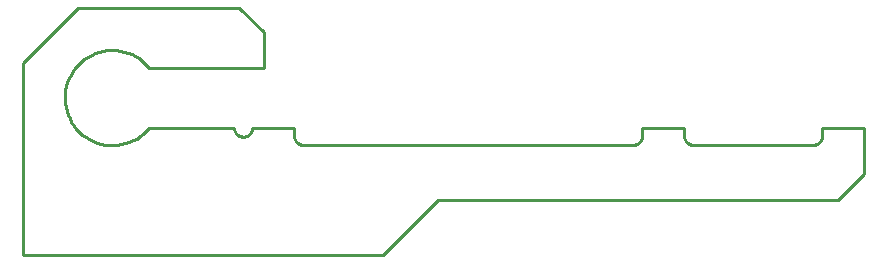
<source format=gbr>
G04 EAGLE Gerber RS-274X export*
G75*
%MOMM*%
%FSLAX34Y34*%
%LPD*%
%IN*%
%IPPOS*%
%AMOC8*
5,1,8,0,0,1.08239X$1,22.5*%
G01*
%ADD10C,0.254000*%


D10*
X3810Y0D02*
X309245Y0D01*
X355600Y46355D01*
X694055Y46355D01*
X716280Y68580D01*
X716280Y107950D01*
X680720Y107950D01*
X680720Y100965D01*
X680691Y100301D01*
X680604Y99642D01*
X680460Y98993D01*
X680260Y98359D01*
X680006Y97745D01*
X679699Y97155D01*
X679342Y96594D01*
X678937Y96067D01*
X678488Y95577D01*
X677998Y95128D01*
X677471Y94723D01*
X676910Y94366D01*
X676320Y94059D01*
X675706Y93805D01*
X675072Y93605D01*
X674423Y93461D01*
X673764Y93374D01*
X673100Y93345D01*
X571500Y93345D01*
X570836Y93374D01*
X570177Y93461D01*
X569528Y93605D01*
X568894Y93805D01*
X568280Y94059D01*
X567690Y94366D01*
X567129Y94723D01*
X566602Y95128D01*
X566112Y95577D01*
X565663Y96067D01*
X565258Y96594D01*
X564901Y97155D01*
X564594Y97745D01*
X564340Y98359D01*
X564140Y98993D01*
X563996Y99642D01*
X563909Y100301D01*
X563880Y100965D01*
X563880Y107950D01*
X528320Y107950D01*
X528320Y100965D01*
X528291Y100301D01*
X528204Y99642D01*
X528060Y98993D01*
X527860Y98359D01*
X527606Y97745D01*
X527299Y97155D01*
X526942Y96594D01*
X526537Y96067D01*
X526088Y95577D01*
X525598Y95128D01*
X525071Y94723D01*
X524510Y94366D01*
X523920Y94059D01*
X523306Y93805D01*
X522672Y93605D01*
X522023Y93461D01*
X521364Y93374D01*
X520700Y93345D01*
X241300Y93345D01*
X240636Y93374D01*
X239977Y93461D01*
X239328Y93605D01*
X238694Y93805D01*
X238080Y94059D01*
X237490Y94366D01*
X236929Y94723D01*
X236402Y95128D01*
X235912Y95577D01*
X235463Y96067D01*
X235058Y96594D01*
X234701Y97155D01*
X234394Y97745D01*
X234140Y98359D01*
X233940Y98993D01*
X233796Y99642D01*
X233709Y100301D01*
X233680Y100965D01*
X233680Y107950D01*
X198120Y107950D01*
X198091Y107286D01*
X198004Y106627D01*
X197860Y105978D01*
X197660Y105344D01*
X197406Y104730D01*
X197099Y104140D01*
X196742Y103579D01*
X196337Y103052D01*
X195888Y102562D01*
X195398Y102113D01*
X194871Y101708D01*
X194310Y101351D01*
X193720Y101044D01*
X193106Y100790D01*
X192472Y100590D01*
X191823Y100446D01*
X191164Y100359D01*
X190500Y100330D01*
X189836Y100359D01*
X189177Y100446D01*
X188528Y100590D01*
X187894Y100790D01*
X187280Y101044D01*
X186690Y101351D01*
X186129Y101708D01*
X185602Y102113D01*
X185112Y102562D01*
X184663Y103052D01*
X184258Y103579D01*
X183901Y104140D01*
X183594Y104730D01*
X183340Y105344D01*
X183140Y105978D01*
X182996Y106627D01*
X182909Y107286D01*
X182880Y107950D01*
X110901Y107950D01*
X108568Y105329D01*
X106016Y102922D01*
X103264Y100746D01*
X100333Y98819D01*
X97245Y97154D01*
X94024Y95765D01*
X90693Y94661D01*
X87280Y93852D01*
X83809Y93344D01*
X80306Y93140D01*
X76800Y93243D01*
X73315Y93650D01*
X69879Y94360D01*
X66519Y95366D01*
X63258Y96661D01*
X60123Y98236D01*
X57138Y100078D01*
X54324Y102173D01*
X51703Y104506D01*
X49296Y107057D01*
X47120Y109809D01*
X45192Y112741D01*
X43528Y115829D01*
X42138Y119050D01*
X41035Y122380D01*
X40226Y125794D01*
X39718Y129265D01*
X39514Y132767D01*
X39616Y136274D01*
X40024Y139759D01*
X40733Y143194D01*
X41740Y146555D01*
X43035Y149815D01*
X44610Y152950D01*
X46452Y155936D01*
X48547Y158750D01*
X50879Y161371D01*
X53431Y163778D01*
X56183Y165954D01*
X59114Y167881D01*
X62202Y169546D01*
X65424Y170935D01*
X68754Y172039D01*
X72168Y172848D01*
X75639Y173356D01*
X79141Y173560D01*
X82648Y173457D01*
X86132Y173050D01*
X89568Y172340D01*
X92929Y171334D01*
X96189Y170039D01*
X99324Y168464D01*
X102310Y166622D01*
X105124Y164527D01*
X107744Y162194D01*
X110152Y159643D01*
X110901Y158750D01*
X208280Y158750D01*
X208280Y188595D01*
X187325Y209550D01*
X50800Y209550D01*
X3810Y162560D01*
X3810Y0D01*
M02*

</source>
